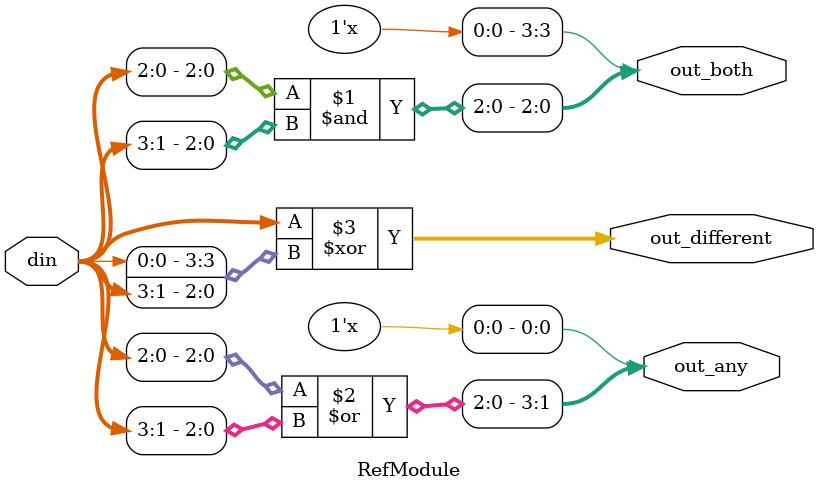
<source format=sv>

module RefModule (
  input  [3:0] din,
  output [3:0] out_both,
  output [3:0] out_any,
  output [3:0] out_different
);

  assign out_both[2:0] = din[2:0] & din[3:1];
  assign out_any[3:1]  = din[2:0] | din[3:1];
  assign out_different = din^{din[0], din[3:1]};

  // we don't care about out_both[3] or out_any[0]
  assign out_both[3] = 1'bx;
  assign out_any[0]  = 1'bx;

endmodule


</source>
